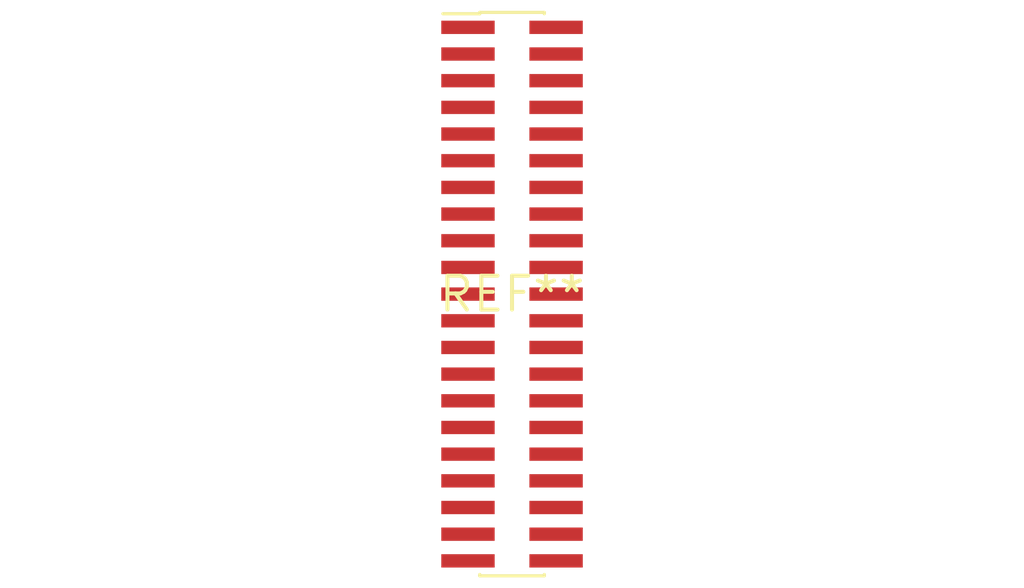
<source format=kicad_pcb>
(kicad_pcb (version 20240108) (generator pcbnew)
  (layers (0 "F.Cu" signal) (31 "B.Cu" signal) (34 "B.Paste" user) (35 "F.Paste" user) (36 "B.SilkS" user "B.Silkscreen") (37 "F.SilkS" user "F.Silkscreen") (38 "B.Mask" user) (39 "F.Mask" user) (44 "Edge.Cuts" user))
  (net 0 "")
  (footprint "PinHeader_2x21_P1.00mm_Vertical_SMD" (layer "F.Cu") (at 0 0)
    (property "Reference" "REF**")
    (property "Value" "PinHeader_2x21_P1.00mm_Vertical_SMD")
    (fp_line (start -2.59 -10.51) (end -1.21 -10.51) (layer "F.SilkS") (stroke (width 0.12)))
    (fp_line (start -1.21 -10.56) (end -1.21 -10.51) (layer "F.SilkS") (stroke (width 0.12)))
    (fp_line (start -1.21 -10.56) (end 1.21 -10.56) (layer "F.SilkS") (stroke (width 0.12)))
    (fp_line (start -1.21 10.51) (end -1.21 10.56) (layer "F.SilkS") (stroke (width 0.12)))
    (fp_line (start -1.21 10.56) (end 1.21 10.56) (layer "F.SilkS") (stroke (width 0.12)))
    (fp_line (start 1.21 -10.56) (end 1.21 -10.51) (layer "F.SilkS") (stroke (width 0.12)))
    (fp_line (start 1.21 10.51) (end 1.21 10.56) (layer "F.SilkS") (stroke (width 0.12)))
    (pad "1" smd rect (at -1.65 -10) (size 2 0.5) (layers "F.Cu" "F.Paste" "F.Mask"))
    (pad "2" smd rect (at 1.65 -10) (size 2 0.5) (layers "F.Cu" "F.Paste" "F.Mask"))
    (pad "3" smd rect (at -1.65 -9) (size 2 0.5) (layers "F.Cu" "F.Paste" "F.Mask"))
    (pad "4" smd rect (at 1.65 -9) (size 2 0.5) (layers "F.Cu" "F.Paste" "F.Mask"))
    (pad "5" smd rect (at -1.65 -8) (size 2 0.5) (layers "F.Cu" "F.Paste" "F.Mask"))
    (pad "6" smd rect (at 1.65 -8) (size 2 0.5) (layers "F.Cu" "F.Paste" "F.Mask"))
    (pad "7" smd rect (at -1.65 -7) (size 2 0.5) (layers "F.Cu" "F.Paste" "F.Mask"))
    (pad "8" smd rect (at 1.65 -7) (size 2 0.5) (layers "F.Cu" "F.Paste" "F.Mask"))
    (pad "9" smd rect (at -1.65 -6) (size 2 0.5) (layers "F.Cu" "F.Paste" "F.Mask"))
    (pad "10" smd rect (at 1.65 -6) (size 2 0.5) (layers "F.Cu" "F.Paste" "F.Mask"))
    (pad "11" smd rect (at -1.65 -5) (size 2 0.5) (layers "F.Cu" "F.Paste" "F.Mask"))
    (pad "12" smd rect (at 1.65 -5) (size 2 0.5) (layers "F.Cu" "F.Paste" "F.Mask"))
    (pad "13" smd rect (at -1.65 -4) (size 2 0.5) (layers "F.Cu" "F.Paste" "F.Mask"))
    (pad "14" smd rect (at 1.65 -4) (size 2 0.5) (layers "F.Cu" "F.Paste" "F.Mask"))
    (pad "15" smd rect (at -1.65 -3) (size 2 0.5) (layers "F.Cu" "F.Paste" "F.Mask"))
    (pad "16" smd rect (at 1.65 -3) (size 2 0.5) (layers "F.Cu" "F.Paste" "F.Mask"))
    (pad "17" smd rect (at -1.65 -2) (size 2 0.5) (layers "F.Cu" "F.Paste" "F.Mask"))
    (pad "18" smd rect (at 1.65 -2) (size 2 0.5) (layers "F.Cu" "F.Paste" "F.Mask"))
    (pad "19" smd rect (at -1.65 -1) (size 2 0.5) (layers "F.Cu" "F.Paste" "F.Mask"))
    (pad "20" smd rect (at 1.65 -1) (size 2 0.5) (layers "F.Cu" "F.Paste" "F.Mask"))
    (pad "21" smd rect (at -1.65 0) (size 2 0.5) (layers "F.Cu" "F.Paste" "F.Mask"))
    (pad "22" smd rect (at 1.65 0) (size 2 0.5) (layers "F.Cu" "F.Paste" "F.Mask"))
    (pad "23" smd rect (at -1.65 1) (size 2 0.5) (layers "F.Cu" "F.Paste" "F.Mask"))
    (pad "24" smd rect (at 1.65 1) (size 2 0.5) (layers "F.Cu" "F.Paste" "F.Mask"))
    (pad "25" smd rect (at -1.65 2) (size 2 0.5) (layers "F.Cu" "F.Paste" "F.Mask"))
    (pad "26" smd rect (at 1.65 2) (size 2 0.5) (layers "F.Cu" "F.Paste" "F.Mask"))
    (pad "27" smd rect (at -1.65 3) (size 2 0.5) (layers "F.Cu" "F.Paste" "F.Mask"))
    (pad "28" smd rect (at 1.65 3) (size 2 0.5) (layers "F.Cu" "F.Paste" "F.Mask"))
    (pad "29" smd rect (at -1.65 4) (size 2 0.5) (layers "F.Cu" "F.Paste" "F.Mask"))
    (pad "30" smd rect (at 1.65 4) (size 2 0.5) (layers "F.Cu" "F.Paste" "F.Mask"))
    (pad "31" smd rect (at -1.65 5) (size 2 0.5) (layers "F.Cu" "F.Paste" "F.Mask"))
    (pad "32" smd rect (at 1.65 5) (size 2 0.5) (layers "F.Cu" "F.Paste" "F.Mask"))
    (pad "33" smd rect (at -1.65 6) (size 2 0.5) (layers "F.Cu" "F.Paste" "F.Mask"))
    (pad "34" smd rect (at 1.65 6) (size 2 0.5) (layers "F.Cu" "F.Paste" "F.Mask"))
    (pad "35" smd rect (at -1.65 7) (size 2 0.5) (layers "F.Cu" "F.Paste" "F.Mask"))
    (pad "36" smd rect (at 1.65 7) (size 2 0.5) (layers "F.Cu" "F.Paste" "F.Mask"))
    (pad "37" smd rect (at -1.65 8) (size 2 0.5) (layers "F.Cu" "F.Paste" "F.Mask"))
    (pad "38" smd rect (at 1.65 8) (size 2 0.5) (layers "F.Cu" "F.Paste" "F.Mask"))
    (pad "39" smd rect (at -1.65 9) (size 2 0.5) (layers "F.Cu" "F.Paste" "F.Mask"))
    (pad "40" smd rect (at 1.65 9) (size 2 0.5) (layers "F.Cu" "F.Paste" "F.Mask"))
    (pad "41" smd rect (at -1.65 10) (size 2 0.5) (layers "F.Cu" "F.Paste" "F.Mask"))
    (pad "42" smd rect (at 1.65 10) (size 2 0.5) (layers "F.Cu" "F.Paste" "F.Mask"))
  )
)
</source>
